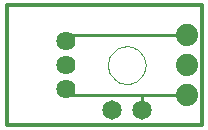
<source format=gtl>
G75*
G70*
%OFA0B0*%
%FSLAX24Y24*%
%IPPOS*%
%LPD*%
%AMOC8*
5,1,8,0,0,1.08239X$1,22.5*
%
%ADD10C,0.0120*%
%ADD11C,0.0000*%
%ADD12C,0.0650*%
%ADD13C,0.0740*%
%ADD14C,0.0640*%
%ADD15C,0.0100*%
D10*
X010833Y004500D02*
X017333Y004500D01*
X017333Y008500D01*
X010833Y008500D01*
X010833Y004500D01*
D11*
X014208Y006500D02*
X014210Y006550D01*
X014216Y006599D01*
X014226Y006648D01*
X014239Y006695D01*
X014257Y006742D01*
X014278Y006787D01*
X014302Y006830D01*
X014330Y006871D01*
X014361Y006910D01*
X014395Y006946D01*
X014432Y006980D01*
X014472Y007010D01*
X014513Y007037D01*
X014557Y007061D01*
X014602Y007081D01*
X014649Y007097D01*
X014697Y007110D01*
X014746Y007119D01*
X014796Y007124D01*
X014845Y007125D01*
X014895Y007122D01*
X014944Y007115D01*
X014993Y007104D01*
X015040Y007090D01*
X015086Y007071D01*
X015131Y007049D01*
X015174Y007024D01*
X015214Y006995D01*
X015252Y006963D01*
X015288Y006929D01*
X015321Y006891D01*
X015350Y006851D01*
X015376Y006809D01*
X015399Y006765D01*
X015418Y006719D01*
X015434Y006672D01*
X015446Y006623D01*
X015454Y006574D01*
X015458Y006525D01*
X015458Y006475D01*
X015454Y006426D01*
X015446Y006377D01*
X015434Y006328D01*
X015418Y006281D01*
X015399Y006235D01*
X015376Y006191D01*
X015350Y006149D01*
X015321Y006109D01*
X015288Y006071D01*
X015252Y006037D01*
X015214Y006005D01*
X015174Y005976D01*
X015131Y005951D01*
X015086Y005929D01*
X015040Y005910D01*
X014993Y005896D01*
X014944Y005885D01*
X014895Y005878D01*
X014845Y005875D01*
X014796Y005876D01*
X014746Y005881D01*
X014697Y005890D01*
X014649Y005903D01*
X014602Y005919D01*
X014557Y005939D01*
X014513Y005963D01*
X014472Y005990D01*
X014432Y006020D01*
X014395Y006054D01*
X014361Y006090D01*
X014330Y006129D01*
X014302Y006170D01*
X014278Y006213D01*
X014257Y006258D01*
X014239Y006305D01*
X014226Y006352D01*
X014216Y006401D01*
X014210Y006450D01*
X014208Y006500D01*
D12*
X014333Y005000D03*
X015333Y005000D03*
D13*
X016833Y005500D03*
X016833Y006500D03*
X016833Y007500D03*
D14*
X012802Y007287D03*
X012802Y006500D03*
X012802Y005713D03*
D15*
X013014Y005500D01*
X015333Y005500D01*
X015333Y005000D01*
X015333Y005500D02*
X016833Y005500D01*
X013014Y007500D02*
X012802Y007287D01*
X013014Y007500D02*
X016833Y007500D01*
M02*

</source>
